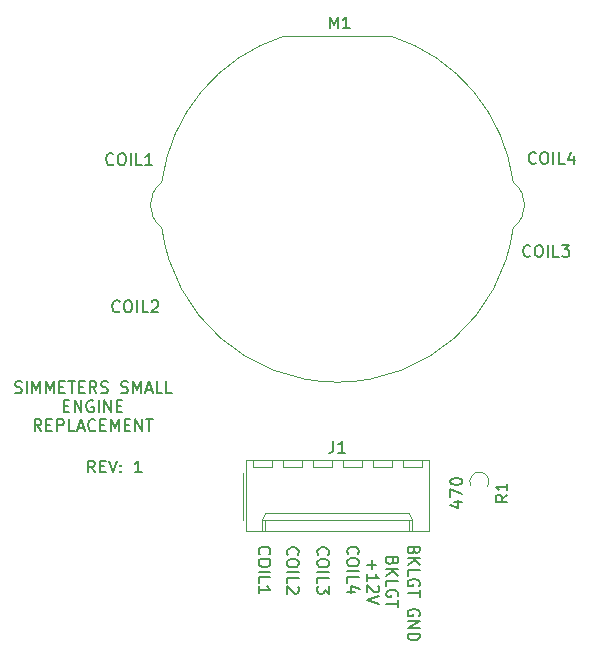
<source format=gbr>
%TF.GenerationSoftware,KiCad,Pcbnew,(6.0.7-1)-1*%
%TF.CreationDate,2023-11-11T10:51:09+10:00*%
%TF.ProjectId,Simmeters Small Engine Replacement,53696d6d-6574-4657-9273-20536d616c6c,rev?*%
%TF.SameCoordinates,Original*%
%TF.FileFunction,Legend,Top*%
%TF.FilePolarity,Positive*%
%FSLAX46Y46*%
G04 Gerber Fmt 4.6, Leading zero omitted, Abs format (unit mm)*
G04 Created by KiCad (PCBNEW (6.0.7-1)-1) date 2023-11-11 10:51:09*
%MOMM*%
%LPD*%
G01*
G04 APERTURE LIST*
%ADD10C,0.150000*%
%ADD11C,0.100000*%
%ADD12C,0.120000*%
G04 APERTURE END LIST*
D10*
X152690276Y-109889335D02*
X152833134Y-109936954D01*
X153071229Y-109936954D01*
X153166467Y-109889335D01*
X153214086Y-109841716D01*
X153261705Y-109746478D01*
X153261705Y-109651240D01*
X153214086Y-109556002D01*
X153166467Y-109508383D01*
X153071229Y-109460764D01*
X152880753Y-109413145D01*
X152785515Y-109365526D01*
X152737895Y-109317907D01*
X152690276Y-109222669D01*
X152690276Y-109127431D01*
X152737895Y-109032193D01*
X152785515Y-108984574D01*
X152880753Y-108936954D01*
X153118848Y-108936954D01*
X153261705Y-108984574D01*
X153690276Y-109936954D02*
X153690276Y-108936954D01*
X154166467Y-109936954D02*
X154166467Y-108936954D01*
X154499800Y-109651240D01*
X154833134Y-108936954D01*
X154833134Y-109936954D01*
X155309324Y-109936954D02*
X155309324Y-108936954D01*
X155642657Y-109651240D01*
X155975991Y-108936954D01*
X155975991Y-109936954D01*
X156452181Y-109413145D02*
X156785515Y-109413145D01*
X156928372Y-109936954D02*
X156452181Y-109936954D01*
X156452181Y-108936954D01*
X156928372Y-108936954D01*
X157214086Y-108936954D02*
X157785515Y-108936954D01*
X157499800Y-109936954D02*
X157499800Y-108936954D01*
X158118848Y-109413145D02*
X158452181Y-109413145D01*
X158595038Y-109936954D02*
X158118848Y-109936954D01*
X158118848Y-108936954D01*
X158595038Y-108936954D01*
X159595038Y-109936954D02*
X159261705Y-109460764D01*
X159023610Y-109936954D02*
X159023610Y-108936954D01*
X159404562Y-108936954D01*
X159499800Y-108984574D01*
X159547419Y-109032193D01*
X159595038Y-109127431D01*
X159595038Y-109270288D01*
X159547419Y-109365526D01*
X159499800Y-109413145D01*
X159404562Y-109460764D01*
X159023610Y-109460764D01*
X159975991Y-109889335D02*
X160118848Y-109936954D01*
X160356943Y-109936954D01*
X160452181Y-109889335D01*
X160499800Y-109841716D01*
X160547419Y-109746478D01*
X160547419Y-109651240D01*
X160499800Y-109556002D01*
X160452181Y-109508383D01*
X160356943Y-109460764D01*
X160166467Y-109413145D01*
X160071229Y-109365526D01*
X160023610Y-109317907D01*
X159975991Y-109222669D01*
X159975991Y-109127431D01*
X160023610Y-109032193D01*
X160071229Y-108984574D01*
X160166467Y-108936954D01*
X160404562Y-108936954D01*
X160547419Y-108984574D01*
X161690276Y-109889335D02*
X161833134Y-109936954D01*
X162071229Y-109936954D01*
X162166467Y-109889335D01*
X162214086Y-109841716D01*
X162261705Y-109746478D01*
X162261705Y-109651240D01*
X162214086Y-109556002D01*
X162166467Y-109508383D01*
X162071229Y-109460764D01*
X161880753Y-109413145D01*
X161785515Y-109365526D01*
X161737895Y-109317907D01*
X161690276Y-109222669D01*
X161690276Y-109127431D01*
X161737895Y-109032193D01*
X161785515Y-108984574D01*
X161880753Y-108936954D01*
X162118848Y-108936954D01*
X162261705Y-108984574D01*
X162690276Y-109936954D02*
X162690276Y-108936954D01*
X163023610Y-109651240D01*
X163356943Y-108936954D01*
X163356943Y-109936954D01*
X163785515Y-109651240D02*
X164261705Y-109651240D01*
X163690276Y-109936954D02*
X164023610Y-108936954D01*
X164356943Y-109936954D01*
X165166467Y-109936954D02*
X164690276Y-109936954D01*
X164690276Y-108936954D01*
X165975991Y-109936954D02*
X165499800Y-109936954D01*
X165499800Y-108936954D01*
X156833134Y-111023145D02*
X157166467Y-111023145D01*
X157309324Y-111546954D02*
X156833134Y-111546954D01*
X156833134Y-110546954D01*
X157309324Y-110546954D01*
X157737895Y-111546954D02*
X157737895Y-110546954D01*
X158309324Y-111546954D01*
X158309324Y-110546954D01*
X159309324Y-110594574D02*
X159214086Y-110546954D01*
X159071229Y-110546954D01*
X158928372Y-110594574D01*
X158833134Y-110689812D01*
X158785515Y-110785050D01*
X158737895Y-110975526D01*
X158737895Y-111118383D01*
X158785515Y-111308859D01*
X158833134Y-111404097D01*
X158928372Y-111499335D01*
X159071229Y-111546954D01*
X159166467Y-111546954D01*
X159309324Y-111499335D01*
X159356943Y-111451716D01*
X159356943Y-111118383D01*
X159166467Y-111118383D01*
X159785515Y-111546954D02*
X159785515Y-110546954D01*
X160261705Y-111546954D02*
X160261705Y-110546954D01*
X160833134Y-111546954D01*
X160833134Y-110546954D01*
X161309324Y-111023145D02*
X161642657Y-111023145D01*
X161785515Y-111546954D02*
X161309324Y-111546954D01*
X161309324Y-110546954D01*
X161785515Y-110546954D01*
X154928372Y-113156954D02*
X154595038Y-112680764D01*
X154356943Y-113156954D02*
X154356943Y-112156954D01*
X154737895Y-112156954D01*
X154833134Y-112204574D01*
X154880753Y-112252193D01*
X154928372Y-112347431D01*
X154928372Y-112490288D01*
X154880753Y-112585526D01*
X154833134Y-112633145D01*
X154737895Y-112680764D01*
X154356943Y-112680764D01*
X155356943Y-112633145D02*
X155690276Y-112633145D01*
X155833134Y-113156954D02*
X155356943Y-113156954D01*
X155356943Y-112156954D01*
X155833134Y-112156954D01*
X156261705Y-113156954D02*
X156261705Y-112156954D01*
X156642657Y-112156954D01*
X156737895Y-112204574D01*
X156785515Y-112252193D01*
X156833134Y-112347431D01*
X156833134Y-112490288D01*
X156785515Y-112585526D01*
X156737895Y-112633145D01*
X156642657Y-112680764D01*
X156261705Y-112680764D01*
X157737895Y-113156954D02*
X157261705Y-113156954D01*
X157261705Y-112156954D01*
X158023610Y-112871240D02*
X158499800Y-112871240D01*
X157928372Y-113156954D02*
X158261705Y-112156954D01*
X158595038Y-113156954D01*
X159499800Y-113061716D02*
X159452181Y-113109335D01*
X159309324Y-113156954D01*
X159214086Y-113156954D01*
X159071229Y-113109335D01*
X158975991Y-113014097D01*
X158928372Y-112918859D01*
X158880753Y-112728383D01*
X158880753Y-112585526D01*
X158928372Y-112395050D01*
X158975991Y-112299812D01*
X159071229Y-112204574D01*
X159214086Y-112156954D01*
X159309324Y-112156954D01*
X159452181Y-112204574D01*
X159499800Y-112252193D01*
X159928372Y-112633145D02*
X160261705Y-112633145D01*
X160404562Y-113156954D02*
X159928372Y-113156954D01*
X159928372Y-112156954D01*
X160404562Y-112156954D01*
X160833134Y-113156954D02*
X160833134Y-112156954D01*
X161166467Y-112871240D01*
X161499800Y-112156954D01*
X161499800Y-113156954D01*
X161975991Y-112633145D02*
X162309324Y-112633145D01*
X162452181Y-113156954D02*
X161975991Y-113156954D01*
X161975991Y-112156954D01*
X162452181Y-112156954D01*
X162880753Y-113156954D02*
X162880753Y-112156954D01*
X163452181Y-113156954D01*
X163452181Y-112156954D01*
X163785515Y-112156954D02*
X164356943Y-112156954D01*
X164071229Y-113156954D02*
X164071229Y-112156954D01*
X196792181Y-90441716D02*
X196744562Y-90489335D01*
X196601705Y-90536954D01*
X196506467Y-90536954D01*
X196363610Y-90489335D01*
X196268372Y-90394097D01*
X196220753Y-90298859D01*
X196173134Y-90108383D01*
X196173134Y-89965526D01*
X196220753Y-89775050D01*
X196268372Y-89679812D01*
X196363610Y-89584574D01*
X196506467Y-89536954D01*
X196601705Y-89536954D01*
X196744562Y-89584574D01*
X196792181Y-89632193D01*
X197411229Y-89536954D02*
X197601705Y-89536954D01*
X197696943Y-89584574D01*
X197792181Y-89679812D01*
X197839800Y-89870288D01*
X197839800Y-90203621D01*
X197792181Y-90394097D01*
X197696943Y-90489335D01*
X197601705Y-90536954D01*
X197411229Y-90536954D01*
X197315991Y-90489335D01*
X197220753Y-90394097D01*
X197173134Y-90203621D01*
X197173134Y-89870288D01*
X197220753Y-89679812D01*
X197315991Y-89584574D01*
X197411229Y-89536954D01*
X198268372Y-90536954D02*
X198268372Y-89536954D01*
X199220753Y-90536954D02*
X198744562Y-90536954D01*
X198744562Y-89536954D01*
X199982657Y-89870288D02*
X199982657Y-90536954D01*
X199744562Y-89489335D02*
X199506467Y-90203621D01*
X200125515Y-90203621D01*
X161552181Y-103001716D02*
X161504562Y-103049335D01*
X161361705Y-103096954D01*
X161266467Y-103096954D01*
X161123610Y-103049335D01*
X161028372Y-102954097D01*
X160980753Y-102858859D01*
X160933134Y-102668383D01*
X160933134Y-102525526D01*
X160980753Y-102335050D01*
X161028372Y-102239812D01*
X161123610Y-102144574D01*
X161266467Y-102096954D01*
X161361705Y-102096954D01*
X161504562Y-102144574D01*
X161552181Y-102192193D01*
X162171229Y-102096954D02*
X162361705Y-102096954D01*
X162456943Y-102144574D01*
X162552181Y-102239812D01*
X162599800Y-102430288D01*
X162599800Y-102763621D01*
X162552181Y-102954097D01*
X162456943Y-103049335D01*
X162361705Y-103096954D01*
X162171229Y-103096954D01*
X162075991Y-103049335D01*
X161980753Y-102954097D01*
X161933134Y-102763621D01*
X161933134Y-102430288D01*
X161980753Y-102239812D01*
X162075991Y-102144574D01*
X162171229Y-102096954D01*
X163028372Y-103096954D02*
X163028372Y-102096954D01*
X163980753Y-103096954D02*
X163504562Y-103096954D01*
X163504562Y-102096954D01*
X164266467Y-102192193D02*
X164314086Y-102144574D01*
X164409324Y-102096954D01*
X164647419Y-102096954D01*
X164742657Y-102144574D01*
X164790276Y-102192193D01*
X164837895Y-102287431D01*
X164837895Y-102382669D01*
X164790276Y-102525526D01*
X164218848Y-103096954D01*
X164837895Y-103096954D01*
X161022181Y-90541716D02*
X160974562Y-90589335D01*
X160831705Y-90636954D01*
X160736467Y-90636954D01*
X160593610Y-90589335D01*
X160498372Y-90494097D01*
X160450753Y-90398859D01*
X160403134Y-90208383D01*
X160403134Y-90065526D01*
X160450753Y-89875050D01*
X160498372Y-89779812D01*
X160593610Y-89684574D01*
X160736467Y-89636954D01*
X160831705Y-89636954D01*
X160974562Y-89684574D01*
X161022181Y-89732193D01*
X161641229Y-89636954D02*
X161831705Y-89636954D01*
X161926943Y-89684574D01*
X162022181Y-89779812D01*
X162069800Y-89970288D01*
X162069800Y-90303621D01*
X162022181Y-90494097D01*
X161926943Y-90589335D01*
X161831705Y-90636954D01*
X161641229Y-90636954D01*
X161545991Y-90589335D01*
X161450753Y-90494097D01*
X161403134Y-90303621D01*
X161403134Y-89970288D01*
X161450753Y-89779812D01*
X161545991Y-89684574D01*
X161641229Y-89636954D01*
X162498372Y-90636954D02*
X162498372Y-89636954D01*
X163450753Y-90636954D02*
X162974562Y-90636954D01*
X162974562Y-89636954D01*
X164307895Y-90636954D02*
X163736467Y-90636954D01*
X164022181Y-90636954D02*
X164022181Y-89636954D01*
X163926943Y-89779812D01*
X163831705Y-89875050D01*
X163736467Y-89922669D01*
X196332181Y-98301716D02*
X196284562Y-98349335D01*
X196141705Y-98396954D01*
X196046467Y-98396954D01*
X195903610Y-98349335D01*
X195808372Y-98254097D01*
X195760753Y-98158859D01*
X195713134Y-97968383D01*
X195713134Y-97825526D01*
X195760753Y-97635050D01*
X195808372Y-97539812D01*
X195903610Y-97444574D01*
X196046467Y-97396954D01*
X196141705Y-97396954D01*
X196284562Y-97444574D01*
X196332181Y-97492193D01*
X196951229Y-97396954D02*
X197141705Y-97396954D01*
X197236943Y-97444574D01*
X197332181Y-97539812D01*
X197379800Y-97730288D01*
X197379800Y-98063621D01*
X197332181Y-98254097D01*
X197236943Y-98349335D01*
X197141705Y-98396954D01*
X196951229Y-98396954D01*
X196855991Y-98349335D01*
X196760753Y-98254097D01*
X196713134Y-98063621D01*
X196713134Y-97730288D01*
X196760753Y-97539812D01*
X196855991Y-97444574D01*
X196951229Y-97396954D01*
X197808372Y-98396954D02*
X197808372Y-97396954D01*
X198760753Y-98396954D02*
X198284562Y-98396954D01*
X198284562Y-97396954D01*
X198998848Y-97396954D02*
X199617895Y-97396954D01*
X199284562Y-97777907D01*
X199427419Y-97777907D01*
X199522657Y-97825526D01*
X199570276Y-97873145D01*
X199617895Y-97968383D01*
X199617895Y-98206478D01*
X199570276Y-98301716D01*
X199522657Y-98349335D01*
X199427419Y-98396954D01*
X199141705Y-98396954D01*
X199046467Y-98349335D01*
X198998848Y-98301716D01*
X186476943Y-123263502D02*
X186429324Y-123406359D01*
X186381705Y-123453978D01*
X186286467Y-123501597D01*
X186143610Y-123501597D01*
X186048372Y-123453978D01*
X186000753Y-123406359D01*
X185953134Y-123311121D01*
X185953134Y-122930169D01*
X186953134Y-122930169D01*
X186953134Y-123263502D01*
X186905515Y-123358740D01*
X186857895Y-123406359D01*
X186762657Y-123453978D01*
X186667419Y-123453978D01*
X186572181Y-123406359D01*
X186524562Y-123358740D01*
X186476943Y-123263502D01*
X186476943Y-122930169D01*
X185953134Y-123930169D02*
X186953134Y-123930169D01*
X185953134Y-124501597D02*
X186524562Y-124073026D01*
X186953134Y-124501597D02*
X186381705Y-123930169D01*
X185953134Y-125406359D02*
X185953134Y-124930169D01*
X186953134Y-124930169D01*
X186905515Y-126263502D02*
X186953134Y-126168264D01*
X186953134Y-126025407D01*
X186905515Y-125882550D01*
X186810276Y-125787312D01*
X186715038Y-125739693D01*
X186524562Y-125692074D01*
X186381705Y-125692074D01*
X186191229Y-125739693D01*
X186095991Y-125787312D01*
X186000753Y-125882550D01*
X185953134Y-126025407D01*
X185953134Y-126120645D01*
X186000753Y-126263502D01*
X186048372Y-126311121D01*
X186381705Y-126311121D01*
X186381705Y-126120645D01*
X186953134Y-126596835D02*
X186953134Y-127168264D01*
X185953134Y-126882550D02*
X186953134Y-126882550D01*
X186905515Y-128787312D02*
X186953134Y-128692074D01*
X186953134Y-128549216D01*
X186905515Y-128406359D01*
X186810276Y-128311121D01*
X186715038Y-128263502D01*
X186524562Y-128215883D01*
X186381705Y-128215883D01*
X186191229Y-128263502D01*
X186095991Y-128311121D01*
X186000753Y-128406359D01*
X185953134Y-128549216D01*
X185953134Y-128644454D01*
X186000753Y-128787312D01*
X186048372Y-128834931D01*
X186381705Y-128834931D01*
X186381705Y-128644454D01*
X185953134Y-129263502D02*
X186953134Y-129263502D01*
X185953134Y-129834931D01*
X186953134Y-129834931D01*
X185953134Y-130311121D02*
X186953134Y-130311121D01*
X186953134Y-130549216D01*
X186905515Y-130692074D01*
X186810276Y-130787312D01*
X186715038Y-130834931D01*
X186524562Y-130882550D01*
X186381705Y-130882550D01*
X186191229Y-130834931D01*
X186095991Y-130787312D01*
X186000753Y-130692074D01*
X185953134Y-130549216D01*
X185953134Y-130311121D01*
X184661943Y-124150288D02*
X184614324Y-124293145D01*
X184566705Y-124340764D01*
X184471467Y-124388383D01*
X184328610Y-124388383D01*
X184233372Y-124340764D01*
X184185753Y-124293145D01*
X184138134Y-124197907D01*
X184138134Y-123816954D01*
X185138134Y-123816954D01*
X185138134Y-124150288D01*
X185090515Y-124245526D01*
X185042895Y-124293145D01*
X184947657Y-124340764D01*
X184852419Y-124340764D01*
X184757181Y-124293145D01*
X184709562Y-124245526D01*
X184661943Y-124150288D01*
X184661943Y-123816954D01*
X184138134Y-124816954D02*
X185138134Y-124816954D01*
X184138134Y-125388383D02*
X184709562Y-124959812D01*
X185138134Y-125388383D02*
X184566705Y-124816954D01*
X184138134Y-126293145D02*
X184138134Y-125816954D01*
X185138134Y-125816954D01*
X185090515Y-127150288D02*
X185138134Y-127055050D01*
X185138134Y-126912193D01*
X185090515Y-126769335D01*
X184995276Y-126674097D01*
X184900038Y-126626478D01*
X184709562Y-126578859D01*
X184566705Y-126578859D01*
X184376229Y-126626478D01*
X184280991Y-126674097D01*
X184185753Y-126769335D01*
X184138134Y-126912193D01*
X184138134Y-127007431D01*
X184185753Y-127150288D01*
X184233372Y-127197907D01*
X184566705Y-127197907D01*
X184566705Y-127007431D01*
X185138134Y-127483621D02*
X185138134Y-128055050D01*
X184138134Y-127769335D02*
X185138134Y-127769335D01*
X182909086Y-124102669D02*
X182909086Y-124864574D01*
X182528134Y-124483621D02*
X183290038Y-124483621D01*
X182528134Y-125864574D02*
X182528134Y-125293145D01*
X182528134Y-125578859D02*
X183528134Y-125578859D01*
X183385276Y-125483621D01*
X183290038Y-125388383D01*
X183242419Y-125293145D01*
X183432895Y-126245526D02*
X183480515Y-126293145D01*
X183528134Y-126388383D01*
X183528134Y-126626478D01*
X183480515Y-126721716D01*
X183432895Y-126769335D01*
X183337657Y-126816954D01*
X183242419Y-126816954D01*
X183099562Y-126769335D01*
X182528134Y-126197907D01*
X182528134Y-126816954D01*
X183528134Y-127102669D02*
X182528134Y-127436002D01*
X183528134Y-127769335D01*
X180918372Y-123551240D02*
X180870753Y-123503621D01*
X180823134Y-123360764D01*
X180823134Y-123265526D01*
X180870753Y-123122669D01*
X180965991Y-123027431D01*
X181061229Y-122979812D01*
X181251705Y-122932193D01*
X181394562Y-122932193D01*
X181585038Y-122979812D01*
X181680276Y-123027431D01*
X181775515Y-123122669D01*
X181823134Y-123265526D01*
X181823134Y-123360764D01*
X181775515Y-123503621D01*
X181727895Y-123551240D01*
X181823134Y-124170288D02*
X181823134Y-124360764D01*
X181775515Y-124456002D01*
X181680276Y-124551240D01*
X181489800Y-124598859D01*
X181156467Y-124598859D01*
X180965991Y-124551240D01*
X180870753Y-124456002D01*
X180823134Y-124360764D01*
X180823134Y-124170288D01*
X180870753Y-124075050D01*
X180965991Y-123979812D01*
X181156467Y-123932193D01*
X181489800Y-123932193D01*
X181680276Y-123979812D01*
X181775515Y-124075050D01*
X181823134Y-124170288D01*
X180823134Y-125027431D02*
X181823134Y-125027431D01*
X180823134Y-125979812D02*
X180823134Y-125503621D01*
X181823134Y-125503621D01*
X181489800Y-126741716D02*
X180823134Y-126741716D01*
X181870753Y-126503621D02*
X181156467Y-126265526D01*
X181156467Y-126884574D01*
X178388372Y-123621240D02*
X178340753Y-123573621D01*
X178293134Y-123430764D01*
X178293134Y-123335526D01*
X178340753Y-123192669D01*
X178435991Y-123097431D01*
X178531229Y-123049812D01*
X178721705Y-123002193D01*
X178864562Y-123002193D01*
X179055038Y-123049812D01*
X179150276Y-123097431D01*
X179245515Y-123192669D01*
X179293134Y-123335526D01*
X179293134Y-123430764D01*
X179245515Y-123573621D01*
X179197895Y-123621240D01*
X179293134Y-124240288D02*
X179293134Y-124430764D01*
X179245515Y-124526002D01*
X179150276Y-124621240D01*
X178959800Y-124668859D01*
X178626467Y-124668859D01*
X178435991Y-124621240D01*
X178340753Y-124526002D01*
X178293134Y-124430764D01*
X178293134Y-124240288D01*
X178340753Y-124145050D01*
X178435991Y-124049812D01*
X178626467Y-124002193D01*
X178959800Y-124002193D01*
X179150276Y-124049812D01*
X179245515Y-124145050D01*
X179293134Y-124240288D01*
X178293134Y-125097431D02*
X179293134Y-125097431D01*
X178293134Y-126049812D02*
X178293134Y-125573621D01*
X179293134Y-125573621D01*
X179293134Y-126287907D02*
X179293134Y-126906954D01*
X178912181Y-126573621D01*
X178912181Y-126716478D01*
X178864562Y-126811716D01*
X178816943Y-126859335D01*
X178721705Y-126906954D01*
X178483610Y-126906954D01*
X178388372Y-126859335D01*
X178340753Y-126811716D01*
X178293134Y-126716478D01*
X178293134Y-126430764D01*
X178340753Y-126335526D01*
X178388372Y-126287907D01*
X175808372Y-123621240D02*
X175760753Y-123573621D01*
X175713134Y-123430764D01*
X175713134Y-123335526D01*
X175760753Y-123192669D01*
X175855991Y-123097431D01*
X175951229Y-123049812D01*
X176141705Y-123002193D01*
X176284562Y-123002193D01*
X176475038Y-123049812D01*
X176570276Y-123097431D01*
X176665515Y-123192669D01*
X176713134Y-123335526D01*
X176713134Y-123430764D01*
X176665515Y-123573621D01*
X176617895Y-123621240D01*
X176713134Y-124240288D02*
X176713134Y-124430764D01*
X176665515Y-124526002D01*
X176570276Y-124621240D01*
X176379800Y-124668859D01*
X176046467Y-124668859D01*
X175855991Y-124621240D01*
X175760753Y-124526002D01*
X175713134Y-124430764D01*
X175713134Y-124240288D01*
X175760753Y-124145050D01*
X175855991Y-124049812D01*
X176046467Y-124002193D01*
X176379800Y-124002193D01*
X176570276Y-124049812D01*
X176665515Y-124145050D01*
X176713134Y-124240288D01*
X175713134Y-125097431D02*
X176713134Y-125097431D01*
X175713134Y-126049812D02*
X175713134Y-125573621D01*
X176713134Y-125573621D01*
X176617895Y-126335526D02*
X176665515Y-126383145D01*
X176713134Y-126478383D01*
X176713134Y-126716478D01*
X176665515Y-126811716D01*
X176617895Y-126859335D01*
X176522657Y-126906954D01*
X176427419Y-126906954D01*
X176284562Y-126859335D01*
X175713134Y-126287907D01*
X175713134Y-126906954D01*
X173418372Y-123581240D02*
X173370753Y-123533621D01*
X173323134Y-123390764D01*
X173323134Y-123295526D01*
X173370753Y-123152669D01*
X173465991Y-123057431D01*
X173561229Y-123009812D01*
X173751705Y-122962193D01*
X173894562Y-122962193D01*
X174085038Y-123009812D01*
X174180276Y-123057431D01*
X174275515Y-123152669D01*
X174323134Y-123295526D01*
X174323134Y-123390764D01*
X174275515Y-123533621D01*
X174227895Y-123581240D01*
X174323134Y-124200288D02*
X174323134Y-124390764D01*
X174275515Y-124486002D01*
X174180276Y-124581240D01*
X173989800Y-124628859D01*
X173656467Y-124628859D01*
X173465991Y-124581240D01*
X173370753Y-124486002D01*
X173323134Y-124390764D01*
X173323134Y-124200288D01*
X173370753Y-124105050D01*
X173465991Y-124009812D01*
X173656467Y-123962193D01*
X173989800Y-123962193D01*
X174180276Y-124009812D01*
X174275515Y-124105050D01*
X174323134Y-124200288D01*
X173323134Y-125057431D02*
X174323134Y-125057431D01*
X173323134Y-126009812D02*
X173323134Y-125533621D01*
X174323134Y-125533621D01*
X173323134Y-126866954D02*
X173323134Y-126295526D01*
X173323134Y-126581240D02*
X174323134Y-126581240D01*
X174180276Y-126486002D01*
X174085038Y-126390764D01*
X174037419Y-126295526D01*
X159458848Y-116646954D02*
X159125515Y-116170764D01*
X158887419Y-116646954D02*
X158887419Y-115646954D01*
X159268372Y-115646954D01*
X159363610Y-115694574D01*
X159411229Y-115742193D01*
X159458848Y-115837431D01*
X159458848Y-115980288D01*
X159411229Y-116075526D01*
X159363610Y-116123145D01*
X159268372Y-116170764D01*
X158887419Y-116170764D01*
X159887419Y-116123145D02*
X160220753Y-116123145D01*
X160363610Y-116646954D02*
X159887419Y-116646954D01*
X159887419Y-115646954D01*
X160363610Y-115646954D01*
X160649324Y-115646954D02*
X160982657Y-116646954D01*
X161315991Y-115646954D01*
X161649324Y-116551716D02*
X161696943Y-116599335D01*
X161649324Y-116646954D01*
X161601705Y-116599335D01*
X161649324Y-116551716D01*
X161649324Y-116646954D01*
X161649324Y-116027907D02*
X161696943Y-116075526D01*
X161649324Y-116123145D01*
X161601705Y-116075526D01*
X161649324Y-116027907D01*
X161649324Y-116123145D01*
X163411229Y-116646954D02*
X162839800Y-116646954D01*
X163125515Y-116646954D02*
X163125515Y-115646954D01*
X163030276Y-115789812D01*
X162935038Y-115885050D01*
X162839800Y-115932669D01*
%TO.C,M1*%
X179355976Y-79064280D02*
X179355976Y-78064280D01*
X179689309Y-78778566D01*
X180022642Y-78064280D01*
X180022642Y-79064280D01*
X181022642Y-79064280D02*
X180451214Y-79064280D01*
X180736928Y-79064280D02*
X180736928Y-78064280D01*
X180641690Y-78207138D01*
X180546452Y-78302376D01*
X180451214Y-78349995D01*
%TO.C,R1*%
X194387880Y-118556266D02*
X193911690Y-118889600D01*
X194387880Y-119127695D02*
X193387880Y-119127695D01*
X193387880Y-118746742D01*
X193435500Y-118651504D01*
X193483119Y-118603885D01*
X193578357Y-118556266D01*
X193721214Y-118556266D01*
X193816452Y-118603885D01*
X193864071Y-118651504D01*
X193911690Y-118746742D01*
X193911690Y-119127695D01*
X194387880Y-117603885D02*
X194387880Y-118175314D01*
X194387880Y-117889600D02*
X193387880Y-117889600D01*
X193530738Y-117984838D01*
X193625976Y-118080076D01*
X193673595Y-118175314D01*
X189881214Y-119151504D02*
X190547880Y-119151504D01*
X189500261Y-119389600D02*
X190214547Y-119627695D01*
X190214547Y-119008647D01*
X189547880Y-118722933D02*
X189547880Y-118056266D01*
X190547880Y-118484838D01*
X189547880Y-117484838D02*
X189547880Y-117389600D01*
X189595500Y-117294361D01*
X189643119Y-117246742D01*
X189738357Y-117199123D01*
X189928833Y-117151504D01*
X190166928Y-117151504D01*
X190357404Y-117199123D01*
X190452642Y-117246742D01*
X190500261Y-117294361D01*
X190547880Y-117389600D01*
X190547880Y-117484838D01*
X190500261Y-117580076D01*
X190452642Y-117627695D01*
X190357404Y-117675314D01*
X190166928Y-117722933D01*
X189928833Y-117722933D01*
X189738357Y-117675314D01*
X189643119Y-117627695D01*
X189595500Y-117580076D01*
X189547880Y-117484838D01*
%TO.C,J1*%
X179652166Y-113996980D02*
X179652166Y-114711266D01*
X179604547Y-114854123D01*
X179509309Y-114949361D01*
X179366452Y-114996980D01*
X179271214Y-114996980D01*
X180652166Y-114996980D02*
X180080738Y-114996980D01*
X180366452Y-114996980D02*
X180366452Y-113996980D01*
X180271214Y-114139838D01*
X180175976Y-114235076D01*
X180080738Y-114282695D01*
D11*
%TO.C,M1*%
X175471704Y-79711900D02*
X184529296Y-79711900D01*
X165121704Y-92108897D02*
G75*
G03*
X165123346Y-95916092I1378795J-1903003D01*
G01*
X165121704Y-95914903D02*
G75*
G03*
X194878536Y-95920835I14878796J1903003D01*
G01*
X194879296Y-92108897D02*
G75*
G03*
X184538898Y-79714945I-14878797J-1903004D01*
G01*
X194879296Y-95914903D02*
G75*
G03*
X194877654Y-92107708I-1378796J1903003D01*
G01*
X175471704Y-79711900D02*
G75*
G03*
X165122986Y-92098906I4528794J-14299998D01*
G01*
D12*
%TO.C,R1*%
X192715500Y-117856733D02*
G75*
G03*
X191266141Y-117759695I-700000J417133D01*
G01*
%TO.C,J1*%
X180455500Y-116234600D02*
X182055500Y-116234600D01*
X176975500Y-116234600D02*
X176975500Y-115634600D01*
X179515500Y-116234600D02*
X179515500Y-115634600D01*
X172255500Y-121654600D02*
X187715500Y-121654600D01*
X186085500Y-120124600D02*
X186335500Y-120654600D01*
X180455500Y-115634600D02*
X180455500Y-116234600D01*
X187715500Y-115634600D02*
X172255500Y-115634600D01*
X185535500Y-115634600D02*
X185535500Y-116234600D01*
X172835500Y-116234600D02*
X174435500Y-116234600D01*
X173635500Y-120654600D02*
X186335500Y-120654600D01*
X185535500Y-116234600D02*
X187135500Y-116234600D01*
X182995500Y-116234600D02*
X184595500Y-116234600D01*
X187135500Y-116234600D02*
X187135500Y-115634600D01*
X175375500Y-115634600D02*
X175375500Y-116234600D01*
X172835500Y-115634600D02*
X172835500Y-116234600D01*
X184595500Y-116234600D02*
X184595500Y-115634600D01*
X174435500Y-116234600D02*
X174435500Y-115634600D01*
X171965500Y-116664600D02*
X171965500Y-120664600D01*
X187715500Y-121654600D02*
X187715500Y-115634600D01*
X177915500Y-116234600D02*
X179515500Y-116234600D01*
X173885500Y-121654600D02*
X173885500Y-120654600D01*
X186335500Y-120654600D02*
X186335500Y-121654600D01*
X175375500Y-116234600D02*
X176975500Y-116234600D01*
X173885500Y-120124600D02*
X186085500Y-120124600D01*
X172255500Y-115634600D02*
X172255500Y-121654600D01*
X173635500Y-120654600D02*
X173885500Y-120124600D01*
X177915500Y-115634600D02*
X177915500Y-116234600D01*
X186085500Y-121654600D02*
X186085500Y-120654600D01*
X173635500Y-121654600D02*
X173635500Y-120654600D01*
X182055500Y-116234600D02*
X182055500Y-115634600D01*
X182995500Y-115634600D02*
X182995500Y-116234600D01*
%TD*%
M02*

</source>
